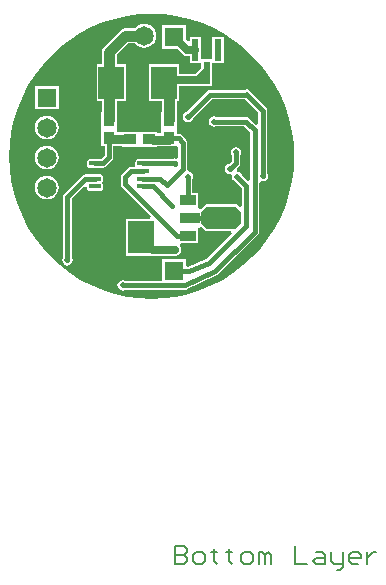
<source format=gbl>
%FSLAX25Y25*%
%MOIN*%
G70*
G01*
G75*
G04 Layer_Physical_Order=2*
G04 Layer_Color=16711680*
%ADD10R,0.03150X0.02362*%
%ADD11R,0.04331X0.02559*%
%ADD12O,0.06693X0.01378*%
%ADD13R,0.02362X0.03150*%
%ADD14C,0.01500*%
%ADD15C,0.01000*%
%ADD16C,0.03000*%
%ADD17C,0.02500*%
%ADD18C,0.01300*%
%ADD19C,0.02000*%
%ADD20C,0.00800*%
%ADD21C,0.06496*%
%ADD22R,0.06496X0.06496*%
%ADD23R,0.06496X0.06496*%
%ADD24C,0.02000*%
G04:AMPARAMS|DCode=25|XSize=39.37mil|YSize=15.75mil|CornerRadius=3.94mil|HoleSize=0mil|Usage=FLASHONLY|Rotation=0.000|XOffset=0mil|YOffset=0mil|HoleType=Round|Shape=RoundedRectangle|*
%AMROUNDEDRECTD25*
21,1,0.03937,0.00787,0,0,0.0*
21,1,0.03150,0.01575,0,0,0.0*
1,1,0.00787,0.01575,-0.00394*
1,1,0.00787,-0.01575,-0.00394*
1,1,0.00787,-0.01575,0.00394*
1,1,0.00787,0.01575,0.00394*
%
%ADD25ROUNDEDRECTD25*%
G04:AMPARAMS|DCode=26|XSize=74.8mil|YSize=133.86mil|CornerRadius=0mil|HoleSize=0mil|Usage=FLASHONLY|Rotation=270.000|XOffset=0mil|YOffset=0mil|HoleType=Round|Shape=Octagon|*
%AMOCTAGOND26*
4,1,8,0.06693,0.01870,0.06693,-0.01870,0.04823,-0.03740,-0.04823,-0.03740,-0.06693,-0.01870,-0.06693,0.01870,-0.04823,0.03740,0.04823,0.03740,0.06693,0.01870,0.0*
%
%ADD26OCTAGOND26*%

%ADD27R,0.05512X0.03543*%
%ADD28R,0.07087X0.03543*%
%ADD29R,0.03740X0.03937*%
%ADD30R,0.08500X0.10799*%
%ADD31R,0.03937X0.03740*%
%ADD32R,0.02362X0.07480*%
%ADD33C,0.03500*%
G36*
X54140Y97315D02*
X58248Y96774D01*
X62293Y95877D01*
X66244Y94631D01*
X70072Y93045D01*
X73748Y91132D01*
X77242Y88906D01*
X80529Y86383D01*
X83584Y83584D01*
X86383Y80529D01*
X88906Y77242D01*
X91132Y73748D01*
X93045Y70072D01*
X94631Y66244D01*
X95877Y62293D01*
X96774Y58248D01*
X97315Y54140D01*
X97487Y50182D01*
X97451Y50000D01*
X97487Y49818D01*
X97315Y45860D01*
X96774Y41753D01*
X95877Y37707D01*
X94631Y33756D01*
X93045Y29928D01*
X91132Y26252D01*
X88906Y22758D01*
X86383Y19471D01*
X83584Y16416D01*
X80529Y13617D01*
X77242Y11094D01*
X73748Y8868D01*
X70072Y6955D01*
X66244Y5369D01*
X62293Y4123D01*
X58248Y3226D01*
X54140Y2685D01*
X50182Y2513D01*
X50000Y2549D01*
X49818Y2513D01*
X45860Y2685D01*
X41753Y3226D01*
X37707Y4123D01*
X33756Y5369D01*
X29928Y6955D01*
X26252Y8868D01*
X22758Y11094D01*
X19471Y13617D01*
X16416Y16416D01*
X13617Y19471D01*
X11094Y22758D01*
X8868Y26252D01*
X6955Y29928D01*
X5369Y33756D01*
X4123Y37707D01*
X3226Y41753D01*
X2685Y45860D01*
X2513Y49818D01*
X2549Y50000D01*
X2513Y50182D01*
X2685Y54140D01*
X3226Y58248D01*
X4123Y62293D01*
X5369Y66244D01*
X6955Y70072D01*
X8868Y73748D01*
X11094Y77242D01*
X13617Y80529D01*
X16416Y83584D01*
X19471Y86383D01*
X22758Y88906D01*
X26252Y91132D01*
X29928Y93045D01*
X33756Y94631D01*
X37707Y95877D01*
X41753Y96774D01*
X45860Y97315D01*
X49818Y97487D01*
X50000Y97451D01*
X50182Y97487D01*
X54140Y97315D01*
D02*
G37*
%LPC*%
G36*
X15000Y53582D02*
X13969Y53446D01*
X13009Y53049D01*
X12184Y52416D01*
X11551Y51591D01*
X11154Y50631D01*
X11018Y49600D01*
X11154Y48569D01*
X11551Y47609D01*
X12184Y46784D01*
X13009Y46151D01*
X13969Y45754D01*
X15000Y45618D01*
X16031Y45754D01*
X16991Y46151D01*
X17816Y46784D01*
X18449Y47609D01*
X18846Y48569D01*
X18982Y49600D01*
X18846Y50631D01*
X18449Y51591D01*
X17816Y52416D01*
X16991Y53049D01*
X16031Y53446D01*
X15000Y53582D01*
D02*
G37*
G36*
X32704Y44029D02*
X29554D01*
X29401Y43999D01*
X27920D01*
X27355Y43886D01*
X26875Y43566D01*
X20855Y37545D01*
X20534Y37066D01*
X20422Y36500D01*
Y16147D01*
X20299Y15963D01*
X20167Y15300D01*
X20299Y14637D01*
X20674Y14074D01*
X21237Y13699D01*
X21900Y13567D01*
X22563Y13699D01*
X23126Y14074D01*
X23501Y14637D01*
X23633Y15300D01*
X23501Y15963D01*
X23378Y16147D01*
Y35888D01*
X27515Y40025D01*
X28439Y39642D01*
Y39568D01*
X28524Y39141D01*
X28766Y38779D01*
X29128Y38537D01*
X29554Y38453D01*
X32704D01*
X33131Y38537D01*
X33492Y38779D01*
X33734Y39141D01*
X33819Y39568D01*
Y40355D01*
X33734Y40782D01*
X33492Y41144D01*
Y41338D01*
X33734Y41700D01*
X33819Y42127D01*
Y42914D01*
X33734Y43341D01*
X33492Y43703D01*
X33131Y43944D01*
X32704Y44029D01*
D02*
G37*
G36*
X15000Y43582D02*
X13969Y43446D01*
X13009Y43049D01*
X12184Y42416D01*
X11551Y41591D01*
X11154Y40631D01*
X11018Y39600D01*
X11154Y38569D01*
X11551Y37609D01*
X12184Y36784D01*
X13009Y36151D01*
X13969Y35754D01*
X15000Y35618D01*
X16031Y35754D01*
X16991Y36151D01*
X17816Y36784D01*
X18449Y37609D01*
X18846Y38569D01*
X18982Y39600D01*
X18846Y40631D01*
X18449Y41591D01*
X17816Y42416D01*
X16991Y43049D01*
X16031Y43446D01*
X15000Y43582D01*
D02*
G37*
G36*
X18948Y73548D02*
X11052D01*
Y65652D01*
X18948D01*
Y73548D01*
D02*
G37*
G36*
X47500Y94140D02*
X46469Y94004D01*
X45509Y93606D01*
X44684Y92973D01*
X44440Y92655D01*
X41157D01*
X40202Y92465D01*
X39391Y91924D01*
X34034Y86566D01*
X33492Y85756D01*
X33302Y84800D01*
Y80700D01*
X31649D01*
Y68500D01*
X33302D01*
Y64918D01*
X33230D01*
Y59581D01*
X33230Y59581D01*
X33230Y58619D01*
X33230D01*
Y53282D01*
X34322D01*
Y50412D01*
X33026Y49117D01*
X32857D01*
X32704Y49147D01*
X29554D01*
X29128Y49062D01*
X28766Y48821D01*
X28524Y48459D01*
X28439Y48032D01*
Y47245D01*
X28524Y46818D01*
X28766Y46456D01*
X29128Y46215D01*
X29554Y46130D01*
X32704D01*
X32857Y46160D01*
X33639D01*
X34204Y46273D01*
X34684Y46593D01*
X36845Y48755D01*
X37166Y49234D01*
X37278Y49800D01*
Y53282D01*
X38370D01*
Y53457D01*
X39982D01*
Y53130D01*
X45319D01*
Y53130D01*
X45319D01*
X45319Y53130D01*
X46281D01*
Y53130D01*
X51618D01*
Y53357D01*
X53230D01*
Y53282D01*
X58370D01*
D01*
X58370D01*
X58922Y52730D01*
Y49878D01*
X58149Y49244D01*
X57700Y49333D01*
X57037Y49201D01*
X56910Y49117D01*
X48999D01*
X48846Y49147D01*
X45696D01*
X45269Y49062D01*
X44908Y48821D01*
X44666Y48459D01*
X44581Y48032D01*
Y47245D01*
D01*
D01*
X44581Y47245D01*
X44581Y47245D01*
X44527Y46558D01*
X43162D01*
X42596Y46445D01*
X42117Y46125D01*
X40155Y44163D01*
X39834Y43683D01*
X39722Y43117D01*
Y40700D01*
X39834Y40134D01*
X39834Y40134D01*
X39834Y40134D01*
X40155Y39655D01*
X49786Y30024D01*
X49403Y29100D01*
X41351D01*
Y16900D01*
X50055D01*
X50501Y16812D01*
X57900D01*
X58661Y16963D01*
X59306Y17394D01*
X59737Y18039D01*
X59888Y18800D01*
X59737Y19561D01*
X59306Y20206D01*
X59919Y21123D01*
X65576D01*
Y26066D01*
X65576D01*
Y26148D01*
X66500Y26531D01*
X67971Y25060D01*
X76363D01*
X76745Y24136D01*
X69555Y16945D01*
X69555Y16945D01*
X68265Y15656D01*
X62278Y13207D01*
X61448Y13764D01*
Y15648D01*
X53552D01*
Y8478D01*
X41147D01*
X40963Y8601D01*
X40300Y8733D01*
X39637Y8601D01*
X39074Y8226D01*
X38699Y7663D01*
X38567Y7000D01*
X38699Y6337D01*
X39074Y5774D01*
X39637Y5399D01*
X40300Y5267D01*
X40963Y5399D01*
X41147Y5522D01*
X61100D01*
X61132Y5528D01*
X61163Y5523D01*
X61413Y5584D01*
X61666Y5634D01*
X61693Y5652D01*
X61724Y5660D01*
X71824Y10360D01*
X72032Y10512D01*
X72245Y10655D01*
X85445Y23855D01*
X85766Y24334D01*
X85785Y24428D01*
X85878Y24900D01*
Y41214D01*
X86651Y41848D01*
X87062Y41767D01*
X87726Y41899D01*
X88288Y42274D01*
X88664Y42837D01*
X88796Y43500D01*
X88664Y44163D01*
X88541Y44347D01*
Y65238D01*
X88428Y65803D01*
X88108Y66283D01*
X83345Y71046D01*
X83301Y71263D01*
X82926Y71826D01*
X82363Y72201D01*
X81700Y72333D01*
X81037Y72201D01*
X80853Y72078D01*
X69500D01*
X68934Y71966D01*
X68455Y71645D01*
X61654Y64845D01*
X61437Y64801D01*
X60874Y64426D01*
X60499Y63863D01*
X60367Y63200D01*
X60499Y62537D01*
X60874Y61974D01*
X61437Y61599D01*
X62100Y61467D01*
X62763Y61599D01*
X63326Y61974D01*
X63701Y62537D01*
X63744Y62754D01*
X70112Y69122D01*
X80853D01*
X81037Y68999D01*
X81254Y68955D01*
X85584Y64625D01*
Y60914D01*
X84660Y60531D01*
X82545Y62645D01*
X82066Y62966D01*
X81500Y63078D01*
X71647D01*
X71463Y63201D01*
X70800Y63333D01*
X70137Y63201D01*
X69574Y62826D01*
X69199Y62263D01*
X69067Y61600D01*
X69199Y60937D01*
X69574Y60374D01*
X70137Y59999D01*
X70800Y59867D01*
X71463Y59999D01*
X71647Y60122D01*
X80888D01*
X82922Y58088D01*
Y42096D01*
X81998Y41714D01*
X80045Y43667D01*
X80001Y43884D01*
X79626Y44446D01*
X79063Y44822D01*
X78577Y44919D01*
X78287Y45875D01*
X79145Y46734D01*
X79466Y47214D01*
X79578Y47780D01*
Y50453D01*
X79701Y50637D01*
X79833Y51300D01*
X79701Y51963D01*
X79326Y52526D01*
X78763Y52901D01*
X78100Y53033D01*
X77437Y52901D01*
X76874Y52526D01*
X76499Y51963D01*
X76367Y51300D01*
X76499Y50637D01*
X76622Y50453D01*
Y48392D01*
X75654Y47424D01*
X75437Y47381D01*
X74874Y47005D01*
X74499Y46443D01*
X74367Y45779D01*
X74499Y45116D01*
X74874Y44554D01*
X75437Y44178D01*
X76100Y44046D01*
X76100Y44046D01*
X76100Y44046D01*
X76799Y43884D01*
X76799D01*
D01*
X76667Y43220D01*
X76799Y42557D01*
X77174Y41995D01*
X77737Y41619D01*
X77954Y41576D01*
X80122Y39408D01*
Y33441D01*
X79198Y33059D01*
X78316Y33940D01*
X67971D01*
X66500Y32469D01*
X65576Y32852D01*
Y32934D01*
X65576D01*
Y37877D01*
X63598D01*
Y42333D01*
X63721Y42517D01*
X63853Y43180D01*
X63721Y43844D01*
X63345Y44406D01*
X62783Y44782D01*
X62431Y44852D01*
X61875Y45683D01*
X61878Y45700D01*
Y54500D01*
X61766Y55066D01*
X61445Y55545D01*
X59995Y56996D01*
X59515Y57316D01*
X58950Y57429D01*
X58370D01*
Y58619D01*
D01*
Y58619D01*
X58370Y58619D01*
Y59581D01*
X58370D01*
Y64918D01*
X58298D01*
Y68500D01*
X58951D01*
Y73411D01*
X67900D01*
X68245Y73479D01*
X70221D01*
Y80960D01*
X73961D01*
Y89840D01*
X70199D01*
Y82360D01*
X66481D01*
Y84862D01*
X66588Y85400D01*
X66481Y85938D01*
Y89840D01*
X62719D01*
Y88557D01*
X62279Y88375D01*
X61448Y88930D01*
Y93606D01*
X53552D01*
Y85710D01*
X58636D01*
X60352Y83994D01*
X60352Y83994D01*
X60352D01*
X60352Y83994D01*
X60352D01*
X60352Y83994D01*
Y83994D01*
Y83994D01*
D01*
D01*
X60352D01*
Y83994D01*
X60997Y83563D01*
X61757Y83412D01*
X62719D01*
Y80960D01*
X66459D01*
Y79350D01*
X64496Y77387D01*
X58951D01*
Y80700D01*
X49051D01*
Y68500D01*
X53302D01*
Y64918D01*
X53230D01*
Y59581D01*
X53230Y59581D01*
X53230Y58619D01*
D01*
X53230Y57843D01*
X51618D01*
Y58270D01*
X46281D01*
D01*
D01*
X46281Y58270D01*
X45319D01*
Y58270D01*
X39982D01*
Y57943D01*
X38370D01*
X38370Y58619D01*
D01*
Y59581D01*
X38370D01*
Y64918D01*
X38298D01*
Y68500D01*
X41549D01*
Y80700D01*
X38298D01*
Y83765D01*
X42192Y87660D01*
X44440D01*
X44684Y87342D01*
X45509Y86709D01*
X46469Y86311D01*
X47500Y86175D01*
X48531Y86311D01*
X49491Y86709D01*
X50316Y87342D01*
X50949Y88166D01*
X51346Y89127D01*
X51482Y90158D01*
X51346Y91188D01*
X50949Y92149D01*
X50316Y92973D01*
X49491Y93606D01*
X48531Y94004D01*
X47500Y94140D01*
D02*
G37*
G36*
X15000Y63582D02*
X13969Y63446D01*
X13009Y63049D01*
X12184Y62416D01*
X11551Y61591D01*
X11154Y60631D01*
X11018Y59600D01*
X11154Y58569D01*
X11551Y57609D01*
X12184Y56784D01*
X13009Y56151D01*
X13969Y55754D01*
X15000Y55618D01*
X16031Y55754D01*
X16991Y56151D01*
X17816Y56784D01*
X18449Y57609D01*
X18846Y58569D01*
X18982Y59600D01*
X18846Y60631D01*
X18449Y61591D01*
X17816Y62416D01*
X16991Y63049D01*
X16031Y63446D01*
X15000Y63582D01*
D02*
G37*
%LPD*%
D14*
X70600Y15900D02*
X81600Y26900D01*
X57500Y11700D02*
X62500D01*
X69100Y14400D02*
X70600Y15900D01*
X62500Y11700D02*
X69100Y14400D01*
X40300Y7000D02*
X61100D01*
X71200Y11700D02*
X84400Y24900D01*
X61100Y7000D02*
X71200Y11700D01*
X35800Y49800D02*
Y55950D01*
X33639Y47639D02*
X35800Y49800D01*
X31129Y47639D02*
X33639D01*
X69500Y70600D02*
X81700D01*
X62100Y63200D02*
X69500Y70600D01*
X58306Y23595D02*
X62120D01*
X41200Y40700D02*
X58306Y23595D01*
X41200Y40700D02*
Y43117D01*
X43162Y45079D01*
X47271D01*
X55000Y40300D02*
X60400Y45700D01*
X61220Y35605D02*
X62120Y36505D01*
Y43180D01*
Y35405D02*
Y36505D01*
X50339Y39961D02*
X56700Y33600D01*
X47271Y39961D02*
X50339D01*
X62907Y29500D02*
X73143D01*
X60400Y45700D02*
Y54500D01*
X55800Y55950D02*
X58950D01*
X60400Y54500D01*
X52780Y42520D02*
X55000Y40300D01*
X47271Y42520D02*
X52780D01*
X57661Y47639D02*
X57700Y47600D01*
X47271Y47639D02*
X57661D01*
X21900Y15300D02*
Y36500D01*
X27920Y42520D01*
X31129D01*
X78100Y47780D02*
Y51300D01*
X76100Y45779D02*
X78100Y47780D01*
X81700Y70600D02*
X87062Y65238D01*
Y43500D02*
Y65238D01*
X70800Y61600D02*
X81500D01*
X84400Y58700D01*
X81600Y26900D02*
Y40020D01*
X78400Y43220D02*
X81600Y40020D01*
X84400Y24900D02*
Y58700D01*
D15*
X57800Y11900D02*
X58550Y12650D01*
D16*
X50550Y55600D02*
X55700D01*
X36050Y55700D02*
X42650D01*
D17*
X50501Y18800D02*
X57900D01*
X46301Y23000D02*
X50501Y18800D01*
X47157Y90158D02*
X47500Y90500D01*
X47157Y90158D02*
X47500D01*
X65320Y75399D02*
X68090Y78170D01*
X54001Y74600D02*
X54800Y75399D01*
X57500Y89657D02*
X61757Y85400D01*
X64600D01*
X65320Y75399D02*
X67900D01*
X54800D02*
X65320D01*
D20*
X57700Y-79851D02*
Y-85849D01*
X60699D01*
X61699Y-84850D01*
Y-83850D01*
X60699Y-82850D01*
X57700D01*
X60699D01*
X61699Y-81851D01*
Y-80851D01*
X60699Y-79851D01*
X57700D01*
X64698Y-85849D02*
X66697D01*
X67697Y-84850D01*
Y-82850D01*
X66697Y-81851D01*
X64698D01*
X63698Y-82850D01*
Y-84850D01*
X64698Y-85849D01*
X70696Y-80851D02*
Y-81851D01*
X69696D01*
X71696D01*
X70696D01*
Y-84850D01*
X71696Y-85849D01*
X75694Y-80851D02*
Y-81851D01*
X74695D01*
X76694D01*
X75694D01*
Y-84850D01*
X76694Y-85849D01*
X80693D02*
X82692D01*
X83692Y-84850D01*
Y-82850D01*
X82692Y-81851D01*
X80693D01*
X79693Y-82850D01*
Y-84850D01*
X80693Y-85849D01*
X85691D02*
Y-81851D01*
X86691D01*
X87690Y-82850D01*
Y-85849D01*
Y-82850D01*
X88690Y-81851D01*
X89690Y-82850D01*
Y-85849D01*
X97687Y-79851D02*
Y-85849D01*
X101686D01*
X104685Y-81851D02*
X106684D01*
X107684Y-82850D01*
Y-85849D01*
X104685D01*
X103685Y-84850D01*
X104685Y-83850D01*
X107684D01*
X109683Y-81851D02*
Y-84850D01*
X110683Y-85849D01*
X113682D01*
Y-86849D01*
X112682Y-87849D01*
X111682D01*
X113682Y-85849D02*
Y-81851D01*
X118680Y-85849D02*
X116681D01*
X115681Y-84850D01*
Y-82850D01*
X116681Y-81851D01*
X118680D01*
X119680Y-82850D01*
Y-83850D01*
X115681D01*
X121679Y-81851D02*
Y-85849D01*
Y-83850D01*
X122679Y-82850D01*
X123679Y-81851D01*
X124678D01*
D21*
X47500Y90158D02*
D03*
X15000Y59600D02*
D03*
Y49600D02*
D03*
Y39600D02*
D03*
Y29600D02*
D03*
X47500Y11700D02*
D03*
D22*
X57500Y89657D02*
D03*
Y11700D02*
D03*
D23*
X15000Y69600D02*
D03*
D24*
X62120Y43180D02*
D03*
X55000Y40300D02*
D03*
X21900Y15300D02*
D03*
X71000Y23100D02*
D03*
X71400Y66600D02*
D03*
X63600Y47900D02*
D03*
X76100Y45779D02*
D03*
X81700Y70600D02*
D03*
X62100Y63200D02*
D03*
X40300Y7000D02*
D03*
X70800Y61600D02*
D03*
X78100Y51300D02*
D03*
X78400Y43220D02*
D03*
X25900Y53000D02*
D03*
X50900Y62100D02*
D03*
X86400Y74000D02*
D03*
X57700Y47600D02*
D03*
X56700Y33600D02*
D03*
X57900Y18800D02*
D03*
X65873Y29427D02*
D03*
X94500Y52600D02*
D03*
X87062Y43500D02*
D03*
D25*
X31129Y39961D02*
D03*
Y42520D02*
D03*
Y45079D02*
D03*
Y47639D02*
D03*
X47271Y39961D02*
D03*
Y42520D02*
D03*
Y45079D02*
D03*
Y47639D02*
D03*
D26*
X73143Y29500D02*
D03*
D27*
X62120Y35405D02*
D03*
Y23595D02*
D03*
D28*
X62907Y29500D02*
D03*
D29*
X35800Y55950D02*
D03*
Y62250D02*
D03*
X55800Y55950D02*
D03*
Y62250D02*
D03*
D30*
X54001Y74600D02*
D03*
X36599D02*
D03*
X46301Y23000D02*
D03*
X28899D02*
D03*
D31*
X48950Y55700D02*
D03*
X42650D02*
D03*
D32*
X72080Y85400D02*
D03*
X64600D02*
D03*
X68340Y77920D02*
D03*
D33*
X35800Y73801D02*
Y84800D01*
X41157Y90158D02*
X47157D01*
X35800Y84800D02*
X41157Y90158D01*
X35800Y62250D02*
Y73801D01*
X55800Y62250D02*
Y72801D01*
M02*

</source>
